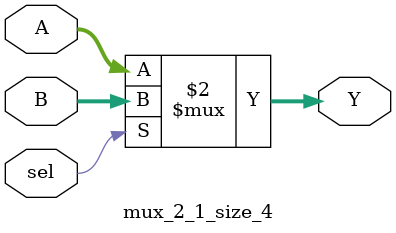
<source format=v>
`timescale 1ns / 1ps


module mux_2_1_size_4(

    input [3:0] A,
    input [3:0] B, 
    input sel,
    output [3:0]Y
    );
    
    assign Y = (sel == 1'b1)? B:A;


endmodule

</source>
